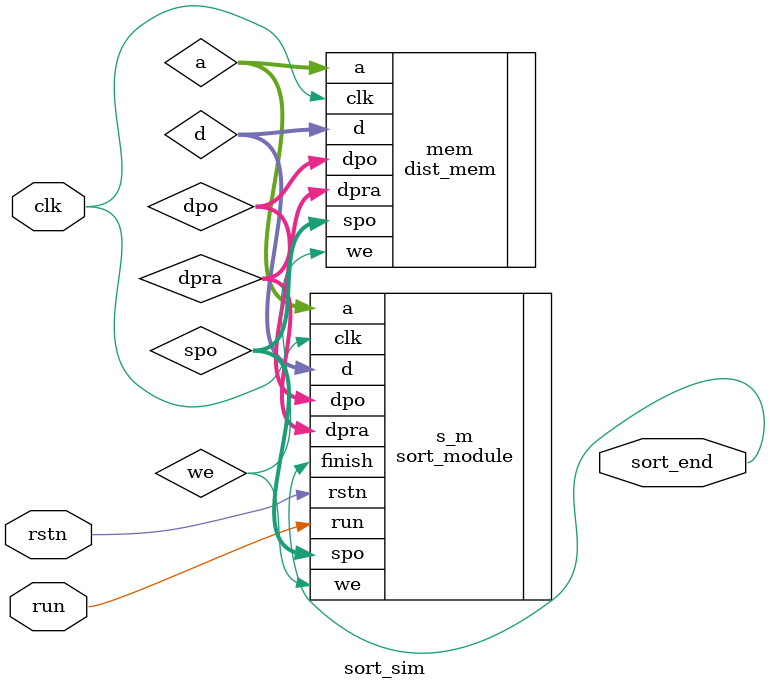
<source format=v>
`timescale 1ns / 1ps

module sort_sim (
        input  clk,         // clk
        input  rstn,        // cpu_rstn
        input  run,		    // btnd, 启动排序
        output sort_end
    );
    wire [7:0] dpra;
    wire [15:0] spo, dpo;          // 这些不存在竞争问题
    wire [7:0] a;
    wire [15:0] d;
    wire we;
    dist_mem mem (
                 .a(a),        // read/write address input
                 .d(d),        // write data input
                 .dpra(dpra),  // read address input
                 .clk(clk),    // input wire clk
                 .we(we),      // input wire we
                 .spo(spo),    // output wire [15 : 0] spo
                 .dpo(dpo)    // output wire [15 : 0] dpo
             );
    sort_module s_m (.clk(clk), .rstn(rstn), .run(run), .spo(spo), .dpo(dpo), .a(a), .d(d), .we(we), .dpra(dpra), .finish(sort_end));
endmodule

</source>
